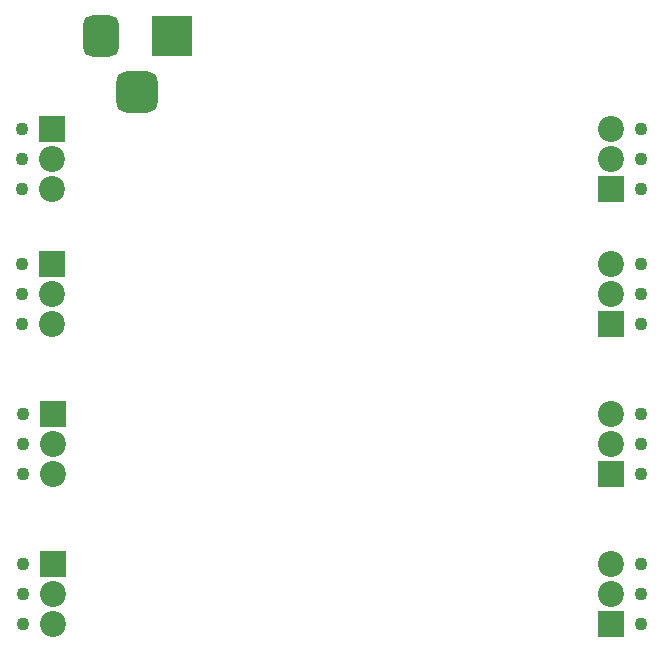
<source format=gbr>
%TF.GenerationSoftware,KiCad,Pcbnew,(7.0.0)*%
%TF.CreationDate,2023-07-11T13:45:39+03:00*%
%TF.ProjectId,Pico_Baseboard,5069636f-5f42-4617-9365-626f6172642e,rev?*%
%TF.SameCoordinates,Original*%
%TF.FileFunction,Soldermask,Bot*%
%TF.FilePolarity,Negative*%
%FSLAX46Y46*%
G04 Gerber Fmt 4.6, Leading zero omitted, Abs format (unit mm)*
G04 Created by KiCad (PCBNEW (7.0.0)) date 2023-07-11 13:45:39*
%MOMM*%
%LPD*%
G01*
G04 APERTURE LIST*
G04 Aperture macros list*
%AMRoundRect*
0 Rectangle with rounded corners*
0 $1 Rounding radius*
0 $2 $3 $4 $5 $6 $7 $8 $9 X,Y pos of 4 corners*
0 Add a 4 corners polygon primitive as box body*
4,1,4,$2,$3,$4,$5,$6,$7,$8,$9,$2,$3,0*
0 Add four circle primitives for the rounded corners*
1,1,$1+$1,$2,$3*
1,1,$1+$1,$4,$5*
1,1,$1+$1,$6,$7*
1,1,$1+$1,$8,$9*
0 Add four rect primitives between the rounded corners*
20,1,$1+$1,$2,$3,$4,$5,0*
20,1,$1+$1,$4,$5,$6,$7,0*
20,1,$1+$1,$6,$7,$8,$9,0*
20,1,$1+$1,$8,$9,$2,$3,0*%
G04 Aperture macros list end*
%ADD10R,3.500000X3.500000*%
%ADD11RoundRect,0.750000X-0.750000X-1.000000X0.750000X-1.000000X0.750000X1.000000X-0.750000X1.000000X0*%
%ADD12RoundRect,0.875000X-0.875000X-0.875000X0.875000X-0.875000X0.875000X0.875000X-0.875000X0.875000X0*%
%ADD13C,1.100000*%
%ADD14R,2.200000X2.200000*%
%ADD15C,2.200000*%
G04 APERTURE END LIST*
D10*
%TO.C,J101*%
X131983999Y-58165999D03*
D11*
X125984000Y-58166000D03*
D12*
X128984000Y-62866000D03*
%TD*%
D13*
%TO.C,J107*%
X171704000Y-95210000D03*
X171704000Y-92670000D03*
X171704000Y-90130000D03*
D14*
X169163999Y-95209999D03*
D15*
X169164000Y-92670000D03*
X169164000Y-90130000D03*
%TD*%
D13*
%TO.C,J105*%
X119380000Y-102870000D03*
X119380000Y-105410000D03*
X119380000Y-107950000D03*
D14*
X121919999Y-102869999D03*
D15*
X121920000Y-105410000D03*
X121920000Y-107950000D03*
%TD*%
D13*
%TO.C,J109*%
X171704000Y-71120000D03*
X171704000Y-68580000D03*
X171704000Y-66040000D03*
D14*
X169163999Y-71119999D03*
D15*
X169164000Y-68580000D03*
X169164000Y-66040000D03*
%TD*%
D13*
%TO.C,J108*%
X171704000Y-82550000D03*
X171704000Y-80010000D03*
X171704000Y-77470000D03*
D14*
X169163999Y-82549999D03*
D15*
X169164000Y-80010000D03*
X169164000Y-77470000D03*
%TD*%
D13*
%TO.C,J104*%
X119380000Y-90130000D03*
X119380000Y-92670000D03*
X119380000Y-95210000D03*
D14*
X121919999Y-90129999D03*
D15*
X121920000Y-92670000D03*
X121920000Y-95210000D03*
%TD*%
D13*
%TO.C,J102*%
X119300000Y-66040000D03*
X119300000Y-68580000D03*
X119300000Y-71120000D03*
D14*
X121839999Y-66039999D03*
D15*
X121840000Y-68580000D03*
X121840000Y-71120000D03*
%TD*%
D13*
%TO.C,J106*%
X171704000Y-107950000D03*
X171704000Y-105410000D03*
X171704000Y-102870000D03*
D14*
X169163999Y-107949999D03*
D15*
X169164000Y-105410000D03*
X169164000Y-102870000D03*
%TD*%
D13*
%TO.C,J103*%
X119300000Y-77470000D03*
X119300000Y-80010000D03*
X119300000Y-82550000D03*
D14*
X121839999Y-77469999D03*
D15*
X121840000Y-80010000D03*
X121840000Y-82550000D03*
%TD*%
M02*

</source>
